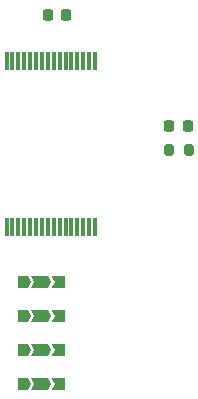
<source format=gbr>
%TF.GenerationSoftware,KiCad,Pcbnew,(7.0.0)*%
%TF.CreationDate,2023-08-04T20:04:38+01:00*%
%TF.ProjectId,DataIODecode,44617461-494f-4446-9563-6f64652e6b69,rev?*%
%TF.SameCoordinates,Original*%
%TF.FileFunction,Paste,Top*%
%TF.FilePolarity,Positive*%
%FSLAX46Y46*%
G04 Gerber Fmt 4.6, Leading zero omitted, Abs format (unit mm)*
G04 Created by KiCad (PCBNEW (7.0.0)) date 2023-08-04 20:04:38*
%MOMM*%
%LPD*%
G01*
G04 APERTURE LIST*
G04 Aperture macros list*
%AMRoundRect*
0 Rectangle with rounded corners*
0 $1 Rounding radius*
0 $2 $3 $4 $5 $6 $7 $8 $9 X,Y pos of 4 corners*
0 Add a 4 corners polygon primitive as box body*
4,1,4,$2,$3,$4,$5,$6,$7,$8,$9,$2,$3,0*
0 Add four circle primitives for the rounded corners*
1,1,$1+$1,$2,$3*
1,1,$1+$1,$4,$5*
1,1,$1+$1,$6,$7*
1,1,$1+$1,$8,$9*
0 Add four rect primitives between the rounded corners*
20,1,$1+$1,$2,$3,$4,$5,0*
20,1,$1+$1,$4,$5,$6,$7,0*
20,1,$1+$1,$6,$7,$8,$9,0*
20,1,$1+$1,$8,$9,$2,$3,0*%
%AMFreePoly0*
4,1,28,0.437580,0.475466,0.437668,0.475471,0.437749,0.475396,0.437854,0.475354,0.437887,0.475272,0.437952,0.475214,0.662952,0.000214,0.662953,0.000188,0.662972,0.000168,0.662963,0.000000,0.662972,-0.000168,0.662953,-0.000188,0.662952,-0.000214,0.437952,-0.475214,0.437887,-0.475272,0.437854,-0.475354,0.437749,-0.475396,0.437668,-0.475471,0.437580,-0.475466,0.437500,-0.475500,
-0.462500,-0.475500,-0.462854,-0.475354,-0.463000,-0.475000,-0.463000,0.475000,-0.462854,0.475354,-0.462500,0.475500,0.437500,0.475500,0.437580,0.475466,0.437580,0.475466,$1*%
%AMFreePoly1*
4,1,45,0.592573,0.475469,0.592656,0.475476,0.592745,0.475398,0.592854,0.475354,0.592885,0.475277,0.592946,0.475225,0.832946,0.000225,0.832948,0.000187,0.832976,0.000156,0.832963,0.000000,0.832976,-0.000156,0.832948,-0.000187,0.832946,-0.000225,0.592946,-0.475225,0.592885,-0.475277,0.592854,-0.475354,0.592745,-0.475398,0.592656,-0.475476,0.592573,-0.475469,0.592500,-0.475500,
-0.837500,-0.475500,-0.837602,-0.475457,-0.837714,-0.475452,-0.837772,-0.475387,-0.837854,-0.475354,-0.837896,-0.475249,-0.837971,-0.475168,-0.837966,-0.475080,-0.838000,-0.475000,-0.837957,-0.474897,-0.837952,-0.474786,-0.613053,0.000000,-0.837952,0.474786,-0.837957,0.474897,-0.838000,0.475000,-0.837966,0.475080,-0.837971,0.475168,-0.837896,0.475249,-0.837854,0.475354,-0.837772,0.475387,
-0.837714,0.475452,-0.837602,0.475457,-0.837500,0.475500,0.592500,0.475500,0.592573,0.475469,0.592573,0.475469,$1*%
%AMFreePoly2*
4,1,30,0.437854,0.475354,0.438000,0.475000,0.438000,-0.475000,0.437854,-0.475354,0.437500,-0.475500,-0.682500,-0.475500,-0.682608,-0.475455,-0.682725,-0.475446,-0.682777,-0.475385,-0.682854,-0.475354,-0.682898,-0.475245,-0.682976,-0.475156,-0.682969,-0.475073,-0.683000,-0.475000,-0.682955,-0.474891,-0.682946,-0.474775,-0.443060,0.000000,-0.682946,0.474775,-0.682955,0.474891,-0.683000,0.475000,
-0.682969,0.475073,-0.682976,0.475156,-0.682898,0.475245,-0.682854,0.475354,-0.682777,0.475385,-0.682725,0.475446,-0.682608,0.475455,-0.682500,0.475500,0.437500,0.475500,0.437854,0.475354,0.437854,0.475354,$1*%
G04 Aperture macros list end*
%ADD10FreePoly0,0.000000*%
%ADD11FreePoly1,0.000000*%
%ADD12FreePoly2,0.000000*%
%ADD13R,0.300000X1.500000*%
%ADD14RoundRect,0.218750X-0.218750X-0.256250X0.218750X-0.256250X0.218750X0.256250X-0.218750X0.256250X0*%
%ADD15RoundRect,0.200000X0.200000X0.275000X-0.200000X0.275000X-0.200000X-0.275000X0.200000X-0.275000X0*%
%ADD16RoundRect,0.225000X-0.225000X-0.250000X0.225000X-0.250000X0.225000X0.250000X-0.225000X0.250000X0*%
G04 APERTURE END LIST*
D10*
%TO.C,J3*%
X136574300Y-109304666D03*
D11*
X138149300Y-109304666D03*
D12*
X139724300Y-109304666D03*
%TD*%
D10*
%TO.C,J2*%
X136574300Y-112183332D03*
D11*
X138149300Y-112183332D03*
D12*
X139724300Y-112183332D03*
%TD*%
D13*
%TO.C,U1*%
X142687999Y-87741999D03*
X142187999Y-87741999D03*
X141687999Y-87741999D03*
X141187999Y-87741999D03*
X140687999Y-87741999D03*
X140187999Y-87741999D03*
X139687999Y-87741999D03*
X139187999Y-87741999D03*
X138687999Y-87741999D03*
X138187999Y-87741999D03*
X137687999Y-87741999D03*
X137187999Y-87741999D03*
X136687999Y-87741999D03*
X136187999Y-87741999D03*
X135687999Y-87741999D03*
X135187999Y-87741999D03*
X135187999Y-101741999D03*
X135687999Y-101741999D03*
X136187999Y-101741999D03*
X136687999Y-101741999D03*
X137187999Y-101741999D03*
X137687999Y-101741999D03*
X138187999Y-101741999D03*
X138687999Y-101741999D03*
X139187999Y-101741999D03*
X139687999Y-101741999D03*
X140187999Y-101741999D03*
X140687999Y-101741999D03*
X141187999Y-101741999D03*
X141687999Y-101741999D03*
X142187999Y-101741999D03*
X142687999Y-101741999D03*
%TD*%
D10*
%TO.C,J4*%
X136574300Y-106426000D03*
D11*
X138149300Y-106426000D03*
D12*
X139724300Y-106426000D03*
%TD*%
D14*
%TO.C,D1*%
X148970900Y-93218000D03*
X150545900Y-93218000D03*
%TD*%
D10*
%TO.C,J1*%
X136574300Y-115062000D03*
D11*
X138149300Y-115062000D03*
D12*
X139724300Y-115062000D03*
%TD*%
D15*
%TO.C,R1*%
X150634200Y-95250000D03*
X148984200Y-95250000D03*
%TD*%
D16*
%TO.C,C1*%
X138671000Y-83820000D03*
X140221000Y-83820000D03*
%TD*%
M02*

</source>
